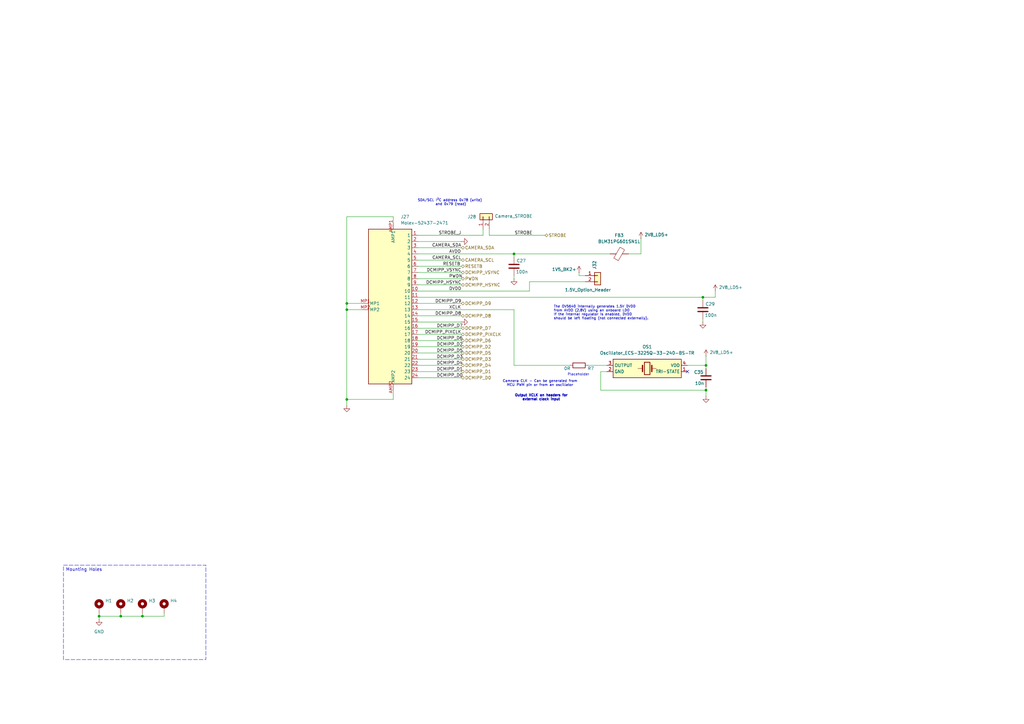
<source format=kicad_sch>
(kicad_sch (version 20231120) (generator "eeschema") (generator_version "8.0")
  (paper "A3")
  (lib_symbols
    (symbol "Connector_Generic:Conn_01x02" (pin_names (offset 1.016) hide)
      (property "Reference" "J" (at 0 2.54 0))
      (property "Value" "Conn_01x02" (at 0 -5.08 0))
      (symbol "Conn_01x02_1_1"
        (rectangle (start -1.27 -2.413) (end 0 -2.667) (stroke (width 0.1524)))
        (rectangle (start -1.27 0.127) (end 0 -0.127) (stroke (width 0.1524)))
        (rectangle (start -1.27 1.27) (end 1.27 -3.81) (stroke (width 0.254)) (fill (type background)))
        (pin passive line (at -5.08 0 0) (length 3.81) (name "Pin_1") (number "1"))
        (pin passive line (at -5.08 -2.54 0) (length 3.81) (name "Pin_2") (number "2"))
      )
    )
    (symbol "Device:C" (pin_numbers hide) (pin_names (offset 0.254))
      (property "Reference" "C" (at 0.635 2.54 0))
      (property "Value" "C" (at 0.635 -2.54 0))
      (symbol "C_0_1"
        (polyline (pts (xy -2.032 -0.762) (xy 2.032 -0.762)) (stroke (width 0.508)))
        (polyline (pts (xy -2.032 0.762) (xy 2.032 0.762)) (stroke (width 0.508)))
      )
      (symbol "C_1_1"
        (pin passive line (at 0 3.81 270) (length 2.794) (name "~") (number "1"))
        (pin passive line (at 0 -3.81 90) (length 2.794) (name "~") (number "2"))
      )
    )
    (symbol "Device:FerriteBead" (pin_numbers hide) (pin_names (offset 0))
      (property "Reference" "FB" (at -3.81 0.635 90))
      (property "Value" "FerriteBead" (at 3.81 0 90))
      (symbol "FerriteBead_0_1"
        (polyline (pts (xy 0 -1.27) (xy 0 -1.2192)))
        (polyline (pts (xy 0 1.27) (xy 0 1.2954)))
        (polyline (pts (xy -2.7686 0.4064) (xy -1.7018 2.2606) (xy 2.7686 -0.3048) (xy 1.6764 -2.159) (xy -2.7686 0.4064)))
      )
      (symbol "FerriteBead_1_1"
        (pin passive line (at 0 3.81 270) (length 2.54) (name "~") (number "1"))
        (pin passive line (at 0 -3.81 90) (length 2.54) (name "~") (number "2"))
      )
    )
    (symbol "Device:R" (pin_numbers hide) (pin_names (offset 0))
      (property "Reference" "R" (at 2.032 0 90))
      (property "Value" "R" (at 0 0 90))
      (symbol "R_0_1"
        (rectangle (start -1.016 -2.54) (end 1.016 2.54) (stroke (width 0.254)))
      )
      (symbol "R_1_1"
        (pin passive line (at 0 3.81 270) (length 1.27) (name "~") (number "1"))
        (pin passive line (at 0 -3.81 90) (length 1.27) (name "~") (number "2"))
      )
    )
    (symbol "Mechanical:MountingHole_Pad" (pin_numbers hide) (pin_names (offset 1.016) hide) (exclude_from_sim yes) (in_bom no)
      (property "Reference" "H" (at 0 6.35 0))
      (property "Value" "MountingHole_Pad" (at 0 4.445 0))
      (symbol "MountingHole_Pad_0_1"
        (circle (center 0 1.27) (radius 1.27) (stroke (width 1.27)))
      )
      (symbol "MountingHole_Pad_1_1"
        (pin input line (at 0 -2.54 90) (length 2.54) (name "1") (number "1"))
      )
    )
    (symbol "Personal_Projects:Molex-52437-2471"
      (property "Reference" "J" (at 67.31 12.7 0))
      (property "Value" "Molex-52437-2471" (at 67.31 10.16 0))
      (symbol "Molex-52437-2471_1_1"
        (rectangle (start 2.54 7.62) (end 66.04 -10.16) (stroke (width 0.254)) (fill (type background)))
        (pin passive line (at 5.08 10.16 270) (length 2.54) (name "1") (number "1"))
        (pin passive line (at 27.94 10.16 270) (length 2.54) (name "10") (number "10"))
        (pin passive line (at 30.48 10.16 270) (length 2.54) (name "11") (number "11"))
        (pin passive line (at 33.02 10.16 270) (length 2.54) (name "12") (number "12"))
        (pin passive line (at 35.56 10.16 270) (length 2.54) (name "13") (number "13"))
        (pin passive line (at 38.1 10.16 270) (length 2.54) (name "14") (number "14"))
        (pin passive line (at 40.64 10.16 270) (length 2.54) (name "15") (number "15"))
        (pin passive line (at 43.18 10.16 270) (length 2.54) (name "16") (number "16"))
        (pin passive line (at 45.72 10.16 270) (length 2.54) (name "17") (number "17"))
        (pin passive line (at 48.26 10.16 270) (length 2.54) (name "18") (number "18"))
        (pin passive line (at 50.8 10.16 270) (length 2.54) (name "19") (number "19"))
        (pin passive line (at 7.62 10.16 270) (length 2.54) (name "2") (number "2"))
        (pin passive line (at 53.34 10.16 270) (length 2.54) (name "20") (number "20"))
        (pin passive line (at 55.88 10.16 270) (length 2.54) (name "21") (number "21"))
        (pin passive line (at 58.42 10.16 270) (length 2.54) (name "22") (number "22"))
        (pin passive line (at 60.96 10.16 270) (length 2.54) (name "23") (number "23"))
        (pin passive line (at 63.5 10.16 270) (length 2.54) (name "24") (number "24"))
        (pin passive line (at 10.16 10.16 270) (length 2.54) (name "3") (number "3"))
        (pin passive line (at 12.7 10.16 270) (length 2.54) (name "4") (number "4"))
        (pin passive line (at 15.24 10.16 270) (length 2.54) (name "5") (number "5"))
        (pin passive line (at 17.78 10.16 270) (length 2.54) (name "6") (number "6"))
        (pin passive line (at 20.32 10.16 270) (length 2.54) (name "7") (number "7"))
        (pin passive line (at 22.86 10.16 270) (length 2.54) (name "8") (number "8"))
        (pin passive line (at 25.4 10.16 270) (length 2.54) (name "9") (number "9"))
        (pin passive line (at 0 0 0) (length 2.54) (name "AMP1") (number "AMP1"))
        (pin passive line (at 68.58 0 180) (length 2.54) (name "AMP2") (number "AMP2"))
        (pin passive line (at 33.02 -12.7 90) (length 2.54) (name "MP1") (number "MP1"))
        (pin passive line (at 35.56 -12.7 90) (length 2.54) (name "MP2") (number "MP2"))
      )
    )
    (symbol "Personal_Projects:Oscillator_ECS-327MVATX-3-CN-TR"
      (property "Reference" "OS" (at 12.7 7.62 0))
      (property "Value" "Oscillator_ECS-327MVATX-3-CN-TR" (at -3.556 5.08 0))
      (symbol "Oscillator_ECS-327MVATX-3-CN-TR_0_1"
        (polyline (pts (xy 13.97 -1.27) (xy 12.7 -1.27)))
        (polyline (pts (xy 13.97 -1.27) (xy 14.605 -1.27)))
        (polyline (pts (xy 14.605 -2.54) (xy 14.605 0)) (stroke (width 0.508)))
        (polyline (pts (xy 18.415 -2.54) (xy 18.415 0)) (stroke (width 0.508)))
        (polyline (pts (xy 19.05 -1.27) (xy 18.415 -1.27)))
        (polyline (pts (xy 19.05 -1.27) (xy 20.32 -1.27)))
        (rectangle (start 15.367 1.27) (end 17.653 -3.81) (stroke (width 0.3048)))
      )
      (symbol "Oscillator_ECS-327MVATX-3-CN-TR_1_1"
        (rectangle (start 2.54 2.54) (end 30.48 -5.08) (stroke (width 0.254)) (fill (type background)))
        (pin passive line (at 0 -2.54 0) (length 2.54) (name "TRI-STATE") (number "1"))
        (pin passive line (at 33.02 -2.54 180) (length 2.54) (name "GND") (number "2"))
        (pin passive line (at 33.02 0 180) (length 2.54) (name "OUTPUT") (number "3"))
        (pin passive line (at 0 0 0) (length 2.54) (name "VDD") (number "4"))
      )
    )
    (symbol "power:+3.3V" (power) (pin_numbers hide) (pin_names (offset 0) hide)
      (property "Value" "+3.3V" (at 0 3.556 0))
      (symbol "+3.3V_0_1"
        (polyline (pts (xy -0.762 1.27) (xy 0 2.54)))
        (polyline (pts (xy 0 0) (xy 0 2.54)))
        (polyline (pts (xy 0 2.54) (xy 0.762 1.27)))
      )
      (symbol "+3.3V_1_1"
        (pin power_in line (at 0 0 90) (length 0) (name "~") (number "1"))
      )
    )
    (symbol "power:GND" (power) (pin_numbers hide) (pin_names (offset 0) hide)
      (property "Value" "GND" (at 0 -3.81 0))
      (symbol "GND_0_1"
        (polyline (pts (xy 0 0) (xy 0 -1.27) (xy 1.27 -1.27) (xy 0 -2.54) (xy -1.27 -1.27) (xy 0 -1.27)))
      )
      (symbol "GND_1_1"
        (pin power_in line (at 0 0 270) (length 0) (name "~") (number "1"))
      )
    )
  )
  (junction (at 40.64 252.73))
  (junction (at 288.29 121.92))
  (junction (at 142.24 163.83))
  (junction (at 58.42 252.73))
  (junction (at 289.56 149.86))
  (junction (at 142.24 127))
  (junction (at 142.24 124.46))
  (junction (at 289.56 160.02))
  (junction (at 210.82 104.14))
  (junction (at 49.53 252.73))
  (no_connect (at 281.94 152.4))
  (wire (pts (xy 142.24 124.46) (xy 142.24 127)))
  (wire (pts (xy 67.31 252.73) (xy 58.42 252.73)))
  (wire (pts (xy 171.45 96.52) (xy 198.12 96.52)))
  (wire (pts (xy 67.31 251.46) (xy 67.31 252.73)))
  (wire (pts (xy 49.53 251.46) (xy 49.53 252.73)))
  (wire (pts (xy 217.17 115.57) (xy 240.03 115.57)))
  (wire (pts (xy 171.45 101.6) (xy 189.23 101.6)))
  (wire (pts (xy 200.66 96.52) (xy 223.52 96.52)))
  (wire (pts (xy 171.45 119.38) (xy 217.17 119.38)))
  (wire (pts (xy 171.45 127) (xy 210.82 127)))
  (wire (pts (xy 293.37 121.92) (xy 293.37 119.38)))
  (wire (pts (xy 210.82 104.14) (xy 250.19 104.14)))
  (wire (pts (xy 171.45 116.84) (xy 189.23 116.84)))
  (wire (pts (xy 210.82 149.86) (xy 233.68 149.86)))
  (wire (pts (xy 161.29 160.02) (xy 161.29 163.83)))
  (wire (pts (xy 171.45 152.4) (xy 189.23 152.4)))
  (wire (pts (xy 210.82 113.03) (xy 210.82 114.3)))
  (wire (pts (xy 58.42 252.73) (xy 49.53 252.73)))
  (wire (pts (xy 281.94 149.86) (xy 289.56 149.86)))
  (wire (pts (xy 142.24 163.83) (xy 142.24 166.37)))
  (wire (pts (xy 171.45 109.22) (xy 189.23 109.22)))
  (wire (pts (xy 58.42 251.46) (xy 58.42 252.73)))
  (wire (pts (xy 142.24 127) (xy 142.24 163.83)))
  (wire (pts (xy 171.45 106.68) (xy 189.23 106.68)))
  (wire (pts (xy 217.17 119.38) (xy 217.17 115.57)))
  (wire (pts (xy 171.45 147.32) (xy 189.23 147.32)))
  (wire (pts (xy 171.45 99.06) (xy 189.23 99.06)))
  (wire (pts (xy 171.45 139.7) (xy 189.23 139.7)))
  (wire (pts (xy 289.56 160.02) (xy 289.56 162.56)))
  (wire (pts (xy 200.66 93.98) (xy 200.66 96.52)))
  (wire (pts (xy 171.45 121.92) (xy 288.29 121.92)))
  (wire (pts (xy 262.89 104.14) (xy 262.89 97.79)))
  (wire (pts (xy 289.56 149.86) (xy 289.56 151.13)))
  (wire (pts (xy 246.38 160.02) (xy 289.56 160.02)))
  (wire (pts (xy 289.56 158.75) (xy 289.56 160.02)))
  (wire (pts (xy 49.53 252.73) (xy 40.64 252.73)))
  (wire (pts (xy 171.45 137.16) (xy 189.23 137.16)))
  (wire (pts (xy 198.12 93.98) (xy 198.12 96.52)))
  (wire (pts (xy 288.29 121.92) (xy 288.29 123.19)))
  (wire (pts (xy 171.45 132.08) (xy 189.23 132.08)))
  (wire (pts (xy 248.92 152.4) (xy 246.38 152.4)))
  (wire (pts (xy 248.92 149.86) (xy 241.3 149.86)))
  (wire (pts (xy 210.82 127) (xy 210.82 149.86)))
  (wire (pts (xy 171.45 111.76) (xy 189.23 111.76)))
  (wire (pts (xy 171.45 134.62) (xy 189.23 134.62)))
  (wire (pts (xy 171.45 129.54) (xy 189.23 129.54)))
  (wire (pts (xy 171.45 142.24) (xy 189.23 142.24)))
  (wire (pts (xy 171.45 114.3) (xy 189.23 114.3)))
  (wire (pts (xy 161.29 88.9) (xy 142.24 88.9)))
  (wire (pts (xy 210.82 104.14) (xy 210.82 105.41)))
  (wire (pts (xy 246.38 152.4) (xy 246.38 160.02)))
  (wire (pts (xy 171.45 144.78) (xy 189.23 144.78)))
  (wire (pts (xy 257.81 104.14) (xy 262.89 104.14)))
  (wire (pts (xy 293.37 121.92) (xy 288.29 121.92)))
  (wire (pts (xy 171.45 124.46) (xy 189.23 124.46)))
  (wire (pts (xy 237.49 113.03) (xy 237.49 111.76)))
  (wire (pts (xy 289.56 149.86) (xy 289.56 146.05)))
  (wire (pts (xy 40.64 251.46) (xy 40.64 252.73)))
  (wire (pts (xy 288.29 130.81) (xy 288.29 132.08)))
  (wire (pts (xy 171.45 104.14) (xy 210.82 104.14)))
  (wire (pts (xy 142.24 127) (xy 148.59 127)))
  (wire (pts (xy 171.45 154.94) (xy 189.23 154.94)))
  (wire (pts (xy 40.64 252.73) (xy 40.64 254)))
  (wire (pts (xy 142.24 124.46) (xy 148.59 124.46)))
  (wire (pts (xy 240.03 113.03) (xy 237.49 113.03)))
  (wire (pts (xy 161.29 91.44) (xy 161.29 88.9)))
  (wire (pts (xy 171.45 149.86) (xy 189.23 149.86)))
  (wire (pts (xy 142.24 88.9) (xy 142.24 124.46)))
  (wire (pts (xy 161.29 163.83) (xy 142.24 163.83)))
  (text_box "Mounting Holes" (at 26.035 231.775 0) (size 58.42 38.735) (stroke (width 0) (type dash)) (effects (font (size 1.27 1.27)) (justify left top)))
  (text "SDA/SCL I²C address 0x78 (write) \nand 0x79 (read)" (at 184.912 83.058 0) (effects (font (size 1 1))))
  (text "The OV5640 internally generates 1.5V DVDD \nfrom AVDD (2.8V) using an onboard LDO\nIf the internal regulator is enabled, DVDD \nshould be left floating (not connected externally)." (at 227.076 128.27 0) (effects (font (size 1 1)) (justify left)))
  (text "Output XCLK on headers for\nexternal clock input" (at 221.996 163.068 0) (effects (font (size 1 1) (thickness 0.254) (bold yes))))
  (text "Placeholder" (at 237.236 153.67 0) (effects (font (size 1 1) (thickness 0.125))))
  (text "Camnera CLK - Can be generated from\nMCU PWM pin or from an oscillator" (at 221.488 157.226 0) (effects (font (size 1 1))))
  (label "RESETB" (at 181.61 109.22 0))
  (label "DCMIPP_D9" (at 189.23 124.46 180))
  (label "DCMIPP_D3" (at 179.07 147.32 0))
  (label "DCMIPP_D6" (at 179.07 139.7 0))
  (label "STROBE_J" (at 189.23 96.52 180))
  (label "PWDN" (at 184.15 114.3 0))
  (label "STROBE" (at 218.44 96.52 180))
  (label "DCMIPP_VSYNC" (at 189.23 111.76 180))
  (label "DCMIPP_D1" (at 179.07 152.4 0))
  (label "DCMIPP_D2" (at 179.07 142.24 0))
  (label "DCMIPP_D5" (at 179.07 144.78 0))
  (label "CAMERA_SCL" (at 189.23 106.68 180))
  (label "DCMIPP_D7" (at 179.07 134.62 0))
  (label "DCMIPP_D4" (at 179.07 149.86 0))
  (label "DCMIPP_D8" (at 189.23 129.54 180))
  (label "DCMIPP_PIXCLK" (at 189.23 137.16 180))
  (label "DCMIPP_HSYNC" (at 189.23 116.84 180))
  (label "CAMERA_SDA" (at 189.23 101.6 180))
  (label "XCLK" (at 184.15 127 0))
  (label "AVDD" (at 184.15 104.14 0))
  (label "DVDD" (at 184.15 119.38 0))
  (label "DCMIPP_D0" (at 179.07 154.94 0))
  (hierarchical_label "DCMIPP_VSYNC" (shape bidirectional) (at 189.23 111.76 0))
  (hierarchical_label "DCMIPP_D7" (shape bidirectional) (at 189.23 134.62 0))
  (hierarchical_label "PWDN" (shape bidirectional) (at 189.23 114.3 0))
  (hierarchical_label "DCMIPP_D5" (shape bidirectional) (at 189.23 144.78 0))
  (hierarchical_label "DCMIPP_D1" (shape bidirectional) (at 189.23 152.4 0))
  (hierarchical_label "STROBE" (shape bidirectional) (at 223.52 96.52 0))
  (hierarchical_label "DCMIPP_D6" (shape bidirectional) (at 189.23 139.7 0))
  (hierarchical_label "DCMIPP_D4" (shape bidirectional) (at 189.23 149.86 0))
  (hierarchical_label "RESETB" (shape bidirectional) (at 189.23 109.22 0))
  (hierarchical_label "DCMIPP_HSYNC" (shape bidirectional) (at 189.23 116.84 0))
  (hierarchical_label "CAMERA_SCL" (shape bidirectional) (at 189.23 106.68 0))
  (hierarchical_label "DCMIPP_D3" (shape bidirectional) (at 189.23 147.32 0))
  (hierarchical_label "DCMIPP_D0" (shape bidirectional) (at 189.23 154.94 0))
  (hierarchical_label "DCMIPP_D8" (shape bidirectional) (at 189.23 129.54 0))
  (hierarchical_label "DCMIPP_D9" (shape bidirectional) (at 189.23 124.46 0))
  (hierarchical_label "CAMERA_SDA" (shape bidirectional) (at 189.23 101.6 0))
  (hierarchical_label "DCMIPP_PIXCLK" (shape bidirectional) (at 189.23 137.16 0))
  (hierarchical_label "DCMIPP_D2" (shape bidirectional) (at 189.23 142.24 0))
  (symbol (lib_id "power:GND") (at 142.24 166.37 0) (unit 1)
    (property "Reference" "#PWR040" (effects (hide yes)))
    (property "Value" "GND" (effects (hide yes)))
    (property "Description" "Power symbol creates a global label with name \"GND\" , ground" (effects (hide yes)))
  )
  (symbol (lib_id "power:+3.3V") (at 262.89 97.79 0) (unit 1)
    (property "Reference" "#PWR089" (effects (hide yes)))
    (property "Value" "2V8_LD5+" (at 269.24 96.266 0))
    (property "Description" "Power symbol creates a global label with name \"+3.3V\"" (effects (hide yes)))
  )
  (symbol (lib_id "Mechanical:MountingHole_Pad") (at 67.31 248.92 0) (unit 1) (exclude_from_sim yes) (in_bom no)
    (property "Reference" "H4" (at 69.85 246.3799 0) (effects (justify left)))
    (property "Value" "MountingHole_Pad" (effects (hide yes)))
    (property "Footprint" "MountingHole:MountingHole_3.2mm_M3_Pad" (effects (hide yes)))
    (property "Description" "Mounting Hole with connection" (effects (hide yes)))
  )
  (symbol (lib_id "power:GND") (at 288.29 132.08 0) (mirror y) (unit 1)
    (property "Reference" "#PWR084" (effects (hide yes)))
    (property "Value" "GND" (effects (hide yes)))
    (property "Description" "Power symbol creates a global label with name \"GND\" , ground" (effects (hide yes)))
  )
  (symbol (lib_id "Device:FerriteBead") (at 254 104.14 90) (unit 1)
    (property "Reference" "FB3" (at 253.9492 96.52 90))
    (property "Value" "BLM31PG601SN1L" (at 253.9492 99.06 90))
    (property "Footprint" "Resistor_SMD:R_1206_3216Metric_Pad1.30x1.75mm_HandSolder" (effects (hide yes)))
    (property "Description" "Ferrite bead" (effects (hide yes)))
  )
  (symbol (lib_id "Device:C") (at 288.29 127 0) (unit 1)
    (property "Reference" "C29" (at 289.306 124.714 0) (effects (justify left)))
    (property "Value" "100n" (at 289.052 129.286 0) (effects (justify left)))
    (property "Footprint" "Capacitor_SMD:C_0805_2012Metric" (effects (hide yes)))
    (property "Description" "Unpolarized capacitor" (effects (hide yes)))
  )
  (symbol (lib_id "power:GND") (at 189.23 99.06 90) (mirror x) (unit 1)
    (property "Reference" "#PWR059" (effects (hide yes)))
    (property "Value" "GND" (effects (hide yes)))
    (property "Description" "Power symbol creates a global label with name \"GND\" , ground" (effects (hide yes)))
  )
  (symbol (lib_id "Connector_Generic:Conn_01x02") (at 245.11 113.03 0) (unit 1)
    (property "Reference" "J32" (at 243.8399 110.49 90) (effects (justify left)))
    (property "Value" "1.5V_Option_Header" (at 231.648 118.872 0) (effects (justify left)))
    (property "Footprint" "Connector_PinHeader_2.54mm:PinHeader_1x02_P2.54mm_Vertical" (effects (hide yes)))
    (property "Description" "Generic connector, single row, 01x02, script generated (kicad-library-utils/schlib/autogen/connector/)" (effects (hide yes)))
  )
  (symbol (lib_id "power:+3.3V") (at 293.37 119.38 0) (unit 1)
    (property "Reference" "#PWR085" (effects (hide yes)))
    (property "Value" "2V8_LD5+" (at 299.72 117.856 0))
    (property "Description" "Power symbol creates a global label with name \"+3.3V\"" (effects (hide yes)))
  )
  (symbol (lib_id "Mechanical:MountingHole_Pad") (at 40.64 248.92 0) (unit 1) (exclude_from_sim yes) (in_bom no)
    (property "Reference" "H1" (at 43.18 246.3799 0) (effects (justify left)))
    (property "Value" "MountingHole_Pad" (effects (hide yes)))
    (property "Footprint" "MountingHole:MountingHole_3.2mm_M3_Pad" (effects (hide yes)))
    (property "Description" "Mounting Hole with connection" (effects (hide yes)))
  )
  (symbol (lib_id "Device:C") (at 289.56 154.94 0) (mirror y) (unit 1)
    (property "Reference" "C35" (at 288.544 152.654 0) (effects (justify left)))
    (property "Value" "10n" (at 288.798 157.226 0) (effects (justify left)))
    (property "Footprint" "Capacitor_SMD:C_0805_2012Metric" (effects (hide yes)))
    (property "Description" "Unpolarized capacitor" (effects (hide yes)))
  )
  (symbol (lib_id "power:GND") (at 189.23 132.08 90) (mirror x) (unit 1)
    (property "Reference" "#PWR061" (effects (hide yes)))
    (property "Value" "GND" (effects (hide yes)))
    (property "Description" "Power symbol creates a global label with name \"GND\" , ground" (effects (hide yes)))
  )
  (symbol (lib_id "power:GND") (at 289.56 162.56 0) (unit 1)
    (property "Reference" "#PWR094" (effects (hide yes)))
    (property "Value" "GND" (effects (hide yes)))
    (property "Description" "Power symbol creates a global label with name \"GND\" , ground" (effects (hide yes)))
  )
  (symbol (lib_id "power:+3.3V") (at 289.56 146.05 0) (unit 1)
    (property "Reference" "#PWR093" (effects (hide yes)))
    (property "Value" "2V8_LD5+" (at 295.91 144.526 0))
    (property "Description" "Power symbol creates a global label with name \"+3.3V\"" (effects (hide yes)))
  )
  (symbol (lib_id "Connector_Generic:Conn_01x02") (at 198.12 88.9 90) (unit 1)
    (property "Reference" "J28" (at 195.326 88.9 90) (effects (justify left)))
    (property "Value" "Camera_STROBE" (at 218.44 88.646 90) (effects (justify left)))
    (property "Footprint" "Connector_PinHeader_2.54mm:PinHeader_1x02_P2.54mm_Vertical" (effects (hide yes)))
    (property "Description" "Generic connector, single row, 01x02, script generated (kicad-library-utils/schlib/autogen/connector/)" (effects (hide yes)))
  )
  (symbol (lib_id "Personal_Projects:Molex-52437-2471") (at 161.29 91.44 270) (unit 1)
    (property "Reference" "J27" (at 164.3065 88.9 90) (effects (justify left)))
    (property "Value" "Molex-52437-2471" (at 164.3065 91.44 90) (effects (justify left)))
    (property "Footprint" "Personal_Project:Molex-52437-2471" (effects (hide yes)))
    (property "Datasheet" "https://componentsearchengine.com/Datasheets/2/52437-2471.pdf" (effects (hide yes)))
    (property "Description" "FFC & FPC Connectors RA SMT ZIF BTTM 24P GOLD" (effects (hide yes)))
    (property "Height" "2" (effects (hide yes)))
    (property "Mouser Part Number" "538-52437-2471" (effects (hide yes)))
    (property "Mouser Price/Stock" "https://www.mouser.co.uk/ProductDetail/Molex/52437-2471?qs=nDwhpid8gJZdpyQIeZfjsA%3D%3D" (effects (hide yes)))
    (property "Manufacturer_Name" "Molex" (effects (hide yes)))
    (property "Manufacturer_Part_Number" "52437-2471" (effects (hide yes)))
  )
  (symbol (lib_id "Device:C") (at 210.82 109.22 0) (unit 1)
    (property "Reference" "C27" (at 211.836 106.934 0) (effects (justify left)))
    (property "Value" "100n" (at 211.582 111.506 0) (effects (justify left)))
    (property "Footprint" "Capacitor_SMD:C_0805_2012Metric" (effects (hide yes)))
    (property "Description" "Unpolarized capacitor" (effects (hide yes)))
  )
  (symbol (lib_id "power:GND") (at 40.64 254 0) (unit 1)
    (property "Reference" "#PWR010" (effects (hide yes)))
    (property "Value" "GND" (at 40.64 259.08 0))
    (property "Description" "Power symbol creates a global label with name \"GND\" , ground" (effects (hide yes)))
  )
  (symbol (lib_id "Device:R") (at 237.49 149.86 270) (unit 1)
    (property "Reference" "R7" (at 242.316 151.13 90))
    (property "Value" "0R" (at 232.664 151.13 90))
    (property "Footprint" "Resistor_SMD:R_0805_2012Metric_1" (effects (hide yes)))
    (property "Description" "Resistor" (effects (hide yes)))
  )
  (symbol (lib_id "Personal_Projects:Oscillator_ECS-327MVATX-3-CN-TR") (at 281.94 149.86 0) (mirror y) (unit 1)
    (property "Reference" "OS1" (at 265.43 142.24 0))
    (property "Value" "Oscillator_ECS-3225Q-33-240-BS-TR" (at 265.43 144.78 0))
    (property "Footprint" "Personal_Project:Oscillator_ECS327MVATX3CNTR" (effects (hide yes)))
    (property "Datasheet" "https://componentsearchengine.com/Datasheets/1/ECS-327MVATX-3-CN-TR.pdf" (effects (hide yes)))
    (property "Description" "Crystals 32.768kHz 1.6-3.6V ESR -40C +85C" (effects (hide yes)))
    (property "Height" "1.2" (effects (hide yes)))
    (property "Mouser Part Number" "520-327MVATX-3-CNT" (effects (hide yes)))
    (property "Mouser Price/Stock" "https://www.mouser.co.uk/ProductDetail/ECS/ECS-327MVATX-3-CN-TR?qs=T3oQrply3y9VvCEDxGCK8A%3D%3D" (effects (hide yes)))
    (property "Manufacturer_Name" "ECS" (effects (hide yes)))
    (property "Manufacturer_Part_Number" "ECS-327MVATX-3-CN-TR" (effects (hide yes)))
  )
  (symbol (lib_id "Mechanical:MountingHole_Pad") (at 49.53 248.92 0) (unit 1) (exclude_from_sim yes) (in_bom no)
    (property "Reference" "H2" (at 52.07 246.3799 0) (effects (justify left)))
    (property "Value" "MountingHole_Pad" (effects (hide yes)))
    (property "Footprint" "MountingHole:MountingHole_3.2mm_M3_Pad" (effects (hide yes)))
    (property "Description" "Mounting Hole with connection" (effects (hide yes)))
  )
  (symbol (lib_id "Mechanical:MountingHole_Pad") (at 58.42 248.92 0) (unit 1) (exclude_from_sim yes) (in_bom no)
    (property "Reference" "H3" (at 60.96 246.3799 0) (effects (justify left)))
    (property "Value" "MountingHole_Pad" (effects (hide yes)))
    (property "Footprint" "MountingHole:MountingHole_3.2mm_M3_Pad" (effects (hide yes)))
    (property "Description" "Mounting Hole with connection" (effects (hide yes)))
  )
  (symbol (lib_id "power:+3.3V") (at 237.49 111.76 0) (unit 1)
    (property "Reference" "#PWR090" (effects (hide yes)))
    (property "Value" "1V5_BK2+" (at 231.394 110.49 0))
    (property "Description" "Power symbol creates a global label with name \"+3.3V\"" (effects (hide yes)))
  )
  (symbol (lib_id "power:GND") (at 210.82 114.3 0) (mirror y) (unit 1)
    (property "Reference" "#PWR082" (effects (hide yes)))
    (property "Value" "GND" (effects (hide yes)))
    (property "Description" "Power symbol creates a global label with name \"GND\" , ground" (effects (hide yes)))
  )
)
</source>
